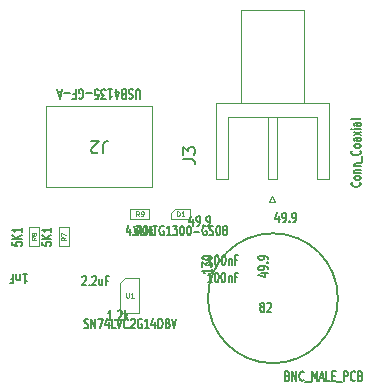
<source format=gbr>
G04 #@! TF.GenerationSoftware,KiCad,Pcbnew,8.0.6*
G04 #@! TF.CreationDate,2024-11-27T10:36:13+01:00*
G04 #@! TF.ProjectId,TDR1,54445231-2e6b-4696-9361-645f70636258,0.1*
G04 #@! TF.SameCoordinates,Original*
G04 #@! TF.FileFunction,AssemblyDrawing,Top*
%FSLAX46Y46*%
G04 Gerber Fmt 4.6, Leading zero omitted, Abs format (unit mm)*
G04 Created by KiCad (PCBNEW 8.0.6) date 2024-11-27 10:36:13*
%MOMM*%
%LPD*%
G01*
G04 APERTURE LIST*
%ADD10C,0.150000*%
%ADD11C,0.060000*%
%ADD12C,0.100000*%
%ADD13C,0.127000*%
G04 APERTURE END LIST*
D10*
X16515826Y10485705D02*
X16172969Y10485705D01*
X16344398Y10485705D02*
X16344398Y11285705D01*
X16344398Y11285705D02*
X16287255Y11171420D01*
X16287255Y11171420D02*
X16230112Y11095229D01*
X16230112Y11095229D02*
X16172969Y11057134D01*
X16887255Y11285705D02*
X16944398Y11285705D01*
X16944398Y11285705D02*
X17001541Y11247610D01*
X17001541Y11247610D02*
X17030113Y11209515D01*
X17030113Y11209515D02*
X17058684Y11133324D01*
X17058684Y11133324D02*
X17087255Y10980943D01*
X17087255Y10980943D02*
X17087255Y10790467D01*
X17087255Y10790467D02*
X17058684Y10638086D01*
X17058684Y10638086D02*
X17030113Y10561896D01*
X17030113Y10561896D02*
X17001541Y10523800D01*
X17001541Y10523800D02*
X16944398Y10485705D01*
X16944398Y10485705D02*
X16887255Y10485705D01*
X16887255Y10485705D02*
X16830113Y10523800D01*
X16830113Y10523800D02*
X16801541Y10561896D01*
X16801541Y10561896D02*
X16772970Y10638086D01*
X16772970Y10638086D02*
X16744398Y10790467D01*
X16744398Y10790467D02*
X16744398Y10980943D01*
X16744398Y10980943D02*
X16772970Y11133324D01*
X16772970Y11133324D02*
X16801541Y11209515D01*
X16801541Y11209515D02*
X16830113Y11247610D01*
X16830113Y11247610D02*
X16887255Y11285705D01*
X17458684Y11285705D02*
X17515827Y11285705D01*
X17515827Y11285705D02*
X17572970Y11247610D01*
X17572970Y11247610D02*
X17601542Y11209515D01*
X17601542Y11209515D02*
X17630113Y11133324D01*
X17630113Y11133324D02*
X17658684Y10980943D01*
X17658684Y10980943D02*
X17658684Y10790467D01*
X17658684Y10790467D02*
X17630113Y10638086D01*
X17630113Y10638086D02*
X17601542Y10561896D01*
X17601542Y10561896D02*
X17572970Y10523800D01*
X17572970Y10523800D02*
X17515827Y10485705D01*
X17515827Y10485705D02*
X17458684Y10485705D01*
X17458684Y10485705D02*
X17401542Y10523800D01*
X17401542Y10523800D02*
X17372970Y10561896D01*
X17372970Y10561896D02*
X17344399Y10638086D01*
X17344399Y10638086D02*
X17315827Y10790467D01*
X17315827Y10790467D02*
X17315827Y10980943D01*
X17315827Y10980943D02*
X17344399Y11133324D01*
X17344399Y11133324D02*
X17372970Y11209515D01*
X17372970Y11209515D02*
X17401542Y11247610D01*
X17401542Y11247610D02*
X17458684Y11285705D01*
X17915828Y11019039D02*
X17915828Y10485705D01*
X17915828Y10942848D02*
X17944399Y10980943D01*
X17944399Y10980943D02*
X18001542Y11019039D01*
X18001542Y11019039D02*
X18087256Y11019039D01*
X18087256Y11019039D02*
X18144399Y10980943D01*
X18144399Y10980943D02*
X18172971Y10904753D01*
X18172971Y10904753D02*
X18172971Y10485705D01*
X18658685Y10904753D02*
X18458685Y10904753D01*
X18458685Y10485705D02*
X18458685Y11285705D01*
X18458685Y11285705D02*
X18744399Y11285705D01*
X9557143Y13541039D02*
X9557143Y13007705D01*
X9414285Y13845800D02*
X9271428Y13274372D01*
X9271428Y13274372D02*
X9642857Y13274372D01*
X9871429Y13083896D02*
X9900000Y13045800D01*
X9900000Y13045800D02*
X9871429Y13007705D01*
X9871429Y13007705D02*
X9842857Y13045800D01*
X9842857Y13045800D02*
X9871429Y13083896D01*
X9871429Y13083896D02*
X9871429Y13007705D01*
X10100000Y13807705D02*
X10500000Y13807705D01*
X10500000Y13807705D02*
X10242857Y13007705D01*
X10842857Y13807705D02*
X10900000Y13807705D01*
X10900000Y13807705D02*
X10957143Y13769610D01*
X10957143Y13769610D02*
X10985715Y13731515D01*
X10985715Y13731515D02*
X11014286Y13655324D01*
X11014286Y13655324D02*
X11042857Y13502943D01*
X11042857Y13502943D02*
X11042857Y13312467D01*
X11042857Y13312467D02*
X11014286Y13160086D01*
X11014286Y13160086D02*
X10985715Y13083896D01*
X10985715Y13083896D02*
X10957143Y13045800D01*
X10957143Y13045800D02*
X10900000Y13007705D01*
X10900000Y13007705D02*
X10842857Y13007705D01*
X10842857Y13007705D02*
X10785715Y13045800D01*
X10785715Y13045800D02*
X10757143Y13083896D01*
X10757143Y13083896D02*
X10728572Y13160086D01*
X10728572Y13160086D02*
X10700000Y13312467D01*
X10700000Y13312467D02*
X10700000Y13502943D01*
X10700000Y13502943D02*
X10728572Y13655324D01*
X10728572Y13655324D02*
X10757143Y13731515D01*
X10757143Y13731515D02*
X10785715Y13769610D01*
X10785715Y13769610D02*
X10842857Y13807705D01*
X11300001Y13007705D02*
X11300001Y13807705D01*
X11357144Y13312467D02*
X11528572Y13007705D01*
X11528572Y13541039D02*
X11300001Y13236277D01*
D11*
X10333333Y14618073D02*
X10200000Y14808549D01*
X10104762Y14618073D02*
X10104762Y15018073D01*
X10104762Y15018073D02*
X10257143Y15018073D01*
X10257143Y15018073D02*
X10295238Y14999025D01*
X10295238Y14999025D02*
X10314285Y14979978D01*
X10314285Y14979978D02*
X10333333Y14941882D01*
X10333333Y14941882D02*
X10333333Y14884740D01*
X10333333Y14884740D02*
X10314285Y14846644D01*
X10314285Y14846644D02*
X10295238Y14827597D01*
X10295238Y14827597D02*
X10257143Y14808549D01*
X10257143Y14808549D02*
X10104762Y14808549D01*
X10523809Y14618073D02*
X10600000Y14618073D01*
X10600000Y14618073D02*
X10638095Y14637120D01*
X10638095Y14637120D02*
X10657143Y14656168D01*
X10657143Y14656168D02*
X10695238Y14713311D01*
X10695238Y14713311D02*
X10714285Y14789501D01*
X10714285Y14789501D02*
X10714285Y14941882D01*
X10714285Y14941882D02*
X10695238Y14979978D01*
X10695238Y14979978D02*
X10676190Y14999025D01*
X10676190Y14999025D02*
X10638095Y15018073D01*
X10638095Y15018073D02*
X10561904Y15018073D01*
X10561904Y15018073D02*
X10523809Y14999025D01*
X10523809Y14999025D02*
X10504762Y14979978D01*
X10504762Y14979978D02*
X10485714Y14941882D01*
X10485714Y14941882D02*
X10485714Y14846644D01*
X10485714Y14846644D02*
X10504762Y14808549D01*
X10504762Y14808549D02*
X10523809Y14789501D01*
X10523809Y14789501D02*
X10561904Y14770454D01*
X10561904Y14770454D02*
X10638095Y14770454D01*
X10638095Y14770454D02*
X10676190Y14789501D01*
X10676190Y14789501D02*
X10695238Y14808549D01*
X10695238Y14808549D02*
X10714285Y14846644D01*
D10*
X29016104Y17485716D02*
X29054200Y17457144D01*
X29054200Y17457144D02*
X29092295Y17371430D01*
X29092295Y17371430D02*
X29092295Y17314287D01*
X29092295Y17314287D02*
X29054200Y17228573D01*
X29054200Y17228573D02*
X28978009Y17171430D01*
X28978009Y17171430D02*
X28901819Y17142859D01*
X28901819Y17142859D02*
X28749438Y17114287D01*
X28749438Y17114287D02*
X28635152Y17114287D01*
X28635152Y17114287D02*
X28482771Y17142859D01*
X28482771Y17142859D02*
X28406580Y17171430D01*
X28406580Y17171430D02*
X28330390Y17228573D01*
X28330390Y17228573D02*
X28292295Y17314287D01*
X28292295Y17314287D02*
X28292295Y17371430D01*
X28292295Y17371430D02*
X28330390Y17457144D01*
X28330390Y17457144D02*
X28368485Y17485716D01*
X29092295Y17828573D02*
X29054200Y17771430D01*
X29054200Y17771430D02*
X29016104Y17742859D01*
X29016104Y17742859D02*
X28939914Y17714287D01*
X28939914Y17714287D02*
X28711342Y17714287D01*
X28711342Y17714287D02*
X28635152Y17742859D01*
X28635152Y17742859D02*
X28597057Y17771430D01*
X28597057Y17771430D02*
X28558961Y17828573D01*
X28558961Y17828573D02*
X28558961Y17914287D01*
X28558961Y17914287D02*
X28597057Y17971430D01*
X28597057Y17971430D02*
X28635152Y18000001D01*
X28635152Y18000001D02*
X28711342Y18028573D01*
X28711342Y18028573D02*
X28939914Y18028573D01*
X28939914Y18028573D02*
X29016104Y18000001D01*
X29016104Y18000001D02*
X29054200Y17971430D01*
X29054200Y17971430D02*
X29092295Y17914287D01*
X29092295Y17914287D02*
X29092295Y17828573D01*
X28558961Y18285716D02*
X29092295Y18285716D01*
X28635152Y18285716D02*
X28597057Y18314287D01*
X28597057Y18314287D02*
X28558961Y18371430D01*
X28558961Y18371430D02*
X28558961Y18457144D01*
X28558961Y18457144D02*
X28597057Y18514287D01*
X28597057Y18514287D02*
X28673247Y18542858D01*
X28673247Y18542858D02*
X29092295Y18542858D01*
X28558961Y18828573D02*
X29092295Y18828573D01*
X28635152Y18828573D02*
X28597057Y18857144D01*
X28597057Y18857144D02*
X28558961Y18914287D01*
X28558961Y18914287D02*
X28558961Y19000001D01*
X28558961Y19000001D02*
X28597057Y19057144D01*
X28597057Y19057144D02*
X28673247Y19085715D01*
X28673247Y19085715D02*
X29092295Y19085715D01*
X29168485Y19228572D02*
X29168485Y19685715D01*
X29016104Y20171430D02*
X29054200Y20142858D01*
X29054200Y20142858D02*
X29092295Y20057144D01*
X29092295Y20057144D02*
X29092295Y20000001D01*
X29092295Y20000001D02*
X29054200Y19914287D01*
X29054200Y19914287D02*
X28978009Y19857144D01*
X28978009Y19857144D02*
X28901819Y19828573D01*
X28901819Y19828573D02*
X28749438Y19800001D01*
X28749438Y19800001D02*
X28635152Y19800001D01*
X28635152Y19800001D02*
X28482771Y19828573D01*
X28482771Y19828573D02*
X28406580Y19857144D01*
X28406580Y19857144D02*
X28330390Y19914287D01*
X28330390Y19914287D02*
X28292295Y20000001D01*
X28292295Y20000001D02*
X28292295Y20057144D01*
X28292295Y20057144D02*
X28330390Y20142858D01*
X28330390Y20142858D02*
X28368485Y20171430D01*
X29092295Y20514287D02*
X29054200Y20457144D01*
X29054200Y20457144D02*
X29016104Y20428573D01*
X29016104Y20428573D02*
X28939914Y20400001D01*
X28939914Y20400001D02*
X28711342Y20400001D01*
X28711342Y20400001D02*
X28635152Y20428573D01*
X28635152Y20428573D02*
X28597057Y20457144D01*
X28597057Y20457144D02*
X28558961Y20514287D01*
X28558961Y20514287D02*
X28558961Y20600001D01*
X28558961Y20600001D02*
X28597057Y20657144D01*
X28597057Y20657144D02*
X28635152Y20685715D01*
X28635152Y20685715D02*
X28711342Y20714287D01*
X28711342Y20714287D02*
X28939914Y20714287D01*
X28939914Y20714287D02*
X29016104Y20685715D01*
X29016104Y20685715D02*
X29054200Y20657144D01*
X29054200Y20657144D02*
X29092295Y20600001D01*
X29092295Y20600001D02*
X29092295Y20514287D01*
X29092295Y21228572D02*
X28673247Y21228572D01*
X28673247Y21228572D02*
X28597057Y21200001D01*
X28597057Y21200001D02*
X28558961Y21142858D01*
X28558961Y21142858D02*
X28558961Y21028572D01*
X28558961Y21028572D02*
X28597057Y20971430D01*
X29054200Y21228572D02*
X29092295Y21171430D01*
X29092295Y21171430D02*
X29092295Y21028572D01*
X29092295Y21028572D02*
X29054200Y20971430D01*
X29054200Y20971430D02*
X28978009Y20942858D01*
X28978009Y20942858D02*
X28901819Y20942858D01*
X28901819Y20942858D02*
X28825628Y20971430D01*
X28825628Y20971430D02*
X28787533Y21028572D01*
X28787533Y21028572D02*
X28787533Y21171430D01*
X28787533Y21171430D02*
X28749438Y21228572D01*
X29092295Y21457144D02*
X28558961Y21771429D01*
X28558961Y21457144D02*
X29092295Y21771429D01*
X29092295Y22000001D02*
X28558961Y22000001D01*
X28292295Y22000001D02*
X28330390Y21971429D01*
X28330390Y21971429D02*
X28368485Y22000001D01*
X28368485Y22000001D02*
X28330390Y22028572D01*
X28330390Y22028572D02*
X28292295Y22000001D01*
X28292295Y22000001D02*
X28368485Y22000001D01*
X29092295Y22542857D02*
X28673247Y22542857D01*
X28673247Y22542857D02*
X28597057Y22514286D01*
X28597057Y22514286D02*
X28558961Y22457143D01*
X28558961Y22457143D02*
X28558961Y22342857D01*
X28558961Y22342857D02*
X28597057Y22285715D01*
X29054200Y22542857D02*
X29092295Y22485715D01*
X29092295Y22485715D02*
X29092295Y22342857D01*
X29092295Y22342857D02*
X29054200Y22285715D01*
X29054200Y22285715D02*
X28978009Y22257143D01*
X28978009Y22257143D02*
X28901819Y22257143D01*
X28901819Y22257143D02*
X28825628Y22285715D01*
X28825628Y22285715D02*
X28787533Y22342857D01*
X28787533Y22342857D02*
X28787533Y22485715D01*
X28787533Y22485715D02*
X28749438Y22542857D01*
X29092295Y22914286D02*
X29054200Y22857143D01*
X29054200Y22857143D02*
X28978009Y22828572D01*
X28978009Y22828572D02*
X28292295Y22828572D01*
X14074819Y19446667D02*
X14789104Y19446667D01*
X14789104Y19446667D02*
X14931961Y19399048D01*
X14931961Y19399048D02*
X15027200Y19303810D01*
X15027200Y19303810D02*
X15074819Y19160953D01*
X15074819Y19160953D02*
X15074819Y19065715D01*
X14074819Y19827620D02*
X14074819Y20446667D01*
X14074819Y20446667D02*
X14455771Y20113334D01*
X14455771Y20113334D02*
X14455771Y20256191D01*
X14455771Y20256191D02*
X14503390Y20351429D01*
X14503390Y20351429D02*
X14551009Y20399048D01*
X14551009Y20399048D02*
X14646247Y20446667D01*
X14646247Y20446667D02*
X14884342Y20446667D01*
X14884342Y20446667D02*
X14979580Y20399048D01*
X14979580Y20399048D02*
X15027200Y20351429D01*
X15027200Y20351429D02*
X15074819Y20256191D01*
X15074819Y20256191D02*
X15074819Y19970477D01*
X15074819Y19970477D02*
X15027200Y19875239D01*
X15027200Y19875239D02*
X14979580Y19827620D01*
X5691070Y5175800D02*
X5776785Y5137705D01*
X5776785Y5137705D02*
X5919642Y5137705D01*
X5919642Y5137705D02*
X5976785Y5175800D01*
X5976785Y5175800D02*
X6005356Y5213896D01*
X6005356Y5213896D02*
X6033927Y5290086D01*
X6033927Y5290086D02*
X6033927Y5366277D01*
X6033927Y5366277D02*
X6005356Y5442467D01*
X6005356Y5442467D02*
X5976785Y5480562D01*
X5976785Y5480562D02*
X5919642Y5518658D01*
X5919642Y5518658D02*
X5805356Y5556753D01*
X5805356Y5556753D02*
X5748213Y5594848D01*
X5748213Y5594848D02*
X5719642Y5632943D01*
X5719642Y5632943D02*
X5691070Y5709134D01*
X5691070Y5709134D02*
X5691070Y5785324D01*
X5691070Y5785324D02*
X5719642Y5861515D01*
X5719642Y5861515D02*
X5748213Y5899610D01*
X5748213Y5899610D02*
X5805356Y5937705D01*
X5805356Y5937705D02*
X5948213Y5937705D01*
X5948213Y5937705D02*
X6033927Y5899610D01*
X6291071Y5137705D02*
X6291071Y5937705D01*
X6291071Y5937705D02*
X6633928Y5137705D01*
X6633928Y5137705D02*
X6633928Y5937705D01*
X6862499Y5937705D02*
X7262499Y5937705D01*
X7262499Y5937705D02*
X7005356Y5137705D01*
X7748214Y5671039D02*
X7748214Y5137705D01*
X7605356Y5975800D02*
X7462499Y5404372D01*
X7462499Y5404372D02*
X7833928Y5404372D01*
X8348214Y5137705D02*
X8062500Y5137705D01*
X8062500Y5137705D02*
X8062500Y5937705D01*
X8462499Y5937705D02*
X8662499Y5137705D01*
X8662499Y5137705D02*
X8862499Y5937705D01*
X9405357Y5213896D02*
X9376785Y5175800D01*
X9376785Y5175800D02*
X9291071Y5137705D01*
X9291071Y5137705D02*
X9233928Y5137705D01*
X9233928Y5137705D02*
X9148214Y5175800D01*
X9148214Y5175800D02*
X9091071Y5251991D01*
X9091071Y5251991D02*
X9062500Y5328181D01*
X9062500Y5328181D02*
X9033928Y5480562D01*
X9033928Y5480562D02*
X9033928Y5594848D01*
X9033928Y5594848D02*
X9062500Y5747229D01*
X9062500Y5747229D02*
X9091071Y5823420D01*
X9091071Y5823420D02*
X9148214Y5899610D01*
X9148214Y5899610D02*
X9233928Y5937705D01*
X9233928Y5937705D02*
X9291071Y5937705D01*
X9291071Y5937705D02*
X9376785Y5899610D01*
X9376785Y5899610D02*
X9405357Y5861515D01*
X9633928Y5861515D02*
X9662500Y5899610D01*
X9662500Y5899610D02*
X9719643Y5937705D01*
X9719643Y5937705D02*
X9862500Y5937705D01*
X9862500Y5937705D02*
X9919643Y5899610D01*
X9919643Y5899610D02*
X9948214Y5861515D01*
X9948214Y5861515D02*
X9976785Y5785324D01*
X9976785Y5785324D02*
X9976785Y5709134D01*
X9976785Y5709134D02*
X9948214Y5594848D01*
X9948214Y5594848D02*
X9605357Y5137705D01*
X9605357Y5137705D02*
X9976785Y5137705D01*
X10548214Y5899610D02*
X10491072Y5937705D01*
X10491072Y5937705D02*
X10405357Y5937705D01*
X10405357Y5937705D02*
X10319643Y5899610D01*
X10319643Y5899610D02*
X10262500Y5823420D01*
X10262500Y5823420D02*
X10233929Y5747229D01*
X10233929Y5747229D02*
X10205357Y5594848D01*
X10205357Y5594848D02*
X10205357Y5480562D01*
X10205357Y5480562D02*
X10233929Y5328181D01*
X10233929Y5328181D02*
X10262500Y5251991D01*
X10262500Y5251991D02*
X10319643Y5175800D01*
X10319643Y5175800D02*
X10405357Y5137705D01*
X10405357Y5137705D02*
X10462500Y5137705D01*
X10462500Y5137705D02*
X10548214Y5175800D01*
X10548214Y5175800D02*
X10576786Y5213896D01*
X10576786Y5213896D02*
X10576786Y5480562D01*
X10576786Y5480562D02*
X10462500Y5480562D01*
X11148214Y5137705D02*
X10805357Y5137705D01*
X10976786Y5137705D02*
X10976786Y5937705D01*
X10976786Y5937705D02*
X10919643Y5823420D01*
X10919643Y5823420D02*
X10862500Y5747229D01*
X10862500Y5747229D02*
X10805357Y5709134D01*
X11662501Y5671039D02*
X11662501Y5137705D01*
X11519643Y5975800D02*
X11376786Y5404372D01*
X11376786Y5404372D02*
X11748215Y5404372D01*
X11976787Y5137705D02*
X11976787Y5937705D01*
X11976787Y5937705D02*
X12119644Y5937705D01*
X12119644Y5937705D02*
X12205358Y5899610D01*
X12205358Y5899610D02*
X12262501Y5823420D01*
X12262501Y5823420D02*
X12291072Y5747229D01*
X12291072Y5747229D02*
X12319644Y5594848D01*
X12319644Y5594848D02*
X12319644Y5480562D01*
X12319644Y5480562D02*
X12291072Y5328181D01*
X12291072Y5328181D02*
X12262501Y5251991D01*
X12262501Y5251991D02*
X12205358Y5175800D01*
X12205358Y5175800D02*
X12119644Y5137705D01*
X12119644Y5137705D02*
X11976787Y5137705D01*
X12776787Y5556753D02*
X12862501Y5518658D01*
X12862501Y5518658D02*
X12891072Y5480562D01*
X12891072Y5480562D02*
X12919644Y5404372D01*
X12919644Y5404372D02*
X12919644Y5290086D01*
X12919644Y5290086D02*
X12891072Y5213896D01*
X12891072Y5213896D02*
X12862501Y5175800D01*
X12862501Y5175800D02*
X12805358Y5137705D01*
X12805358Y5137705D02*
X12576787Y5137705D01*
X12576787Y5137705D02*
X12576787Y5937705D01*
X12576787Y5937705D02*
X12776787Y5937705D01*
X12776787Y5937705D02*
X12833930Y5899610D01*
X12833930Y5899610D02*
X12862501Y5861515D01*
X12862501Y5861515D02*
X12891072Y5785324D01*
X12891072Y5785324D02*
X12891072Y5709134D01*
X12891072Y5709134D02*
X12862501Y5632943D01*
X12862501Y5632943D02*
X12833930Y5594848D01*
X12833930Y5594848D02*
X12776787Y5556753D01*
X12776787Y5556753D02*
X12576787Y5556753D01*
X13091072Y5937705D02*
X13291072Y5137705D01*
X13291072Y5137705D02*
X13491072Y5937705D01*
D11*
X9257738Y8118073D02*
X9257738Y7794263D01*
X9257738Y7794263D02*
X9276785Y7756168D01*
X9276785Y7756168D02*
X9295833Y7737120D01*
X9295833Y7737120D02*
X9333928Y7718073D01*
X9333928Y7718073D02*
X9410119Y7718073D01*
X9410119Y7718073D02*
X9448214Y7737120D01*
X9448214Y7737120D02*
X9467261Y7756168D01*
X9467261Y7756168D02*
X9486309Y7794263D01*
X9486309Y7794263D02*
X9486309Y8118073D01*
X9886309Y7718073D02*
X9657738Y7718073D01*
X9772024Y7718073D02*
X9772024Y8118073D01*
X9772024Y8118073D02*
X9733928Y8060930D01*
X9733928Y8060930D02*
X9695833Y8022835D01*
X9695833Y8022835D02*
X9657738Y8003787D01*
D10*
X20723355Y6959248D02*
X20666212Y6997343D01*
X20666212Y6997343D02*
X20637641Y7035439D01*
X20637641Y7035439D02*
X20609069Y7111629D01*
X20609069Y7111629D02*
X20609069Y7149724D01*
X20609069Y7149724D02*
X20637641Y7225915D01*
X20637641Y7225915D02*
X20666212Y7264010D01*
X20666212Y7264010D02*
X20723355Y7302105D01*
X20723355Y7302105D02*
X20837641Y7302105D01*
X20837641Y7302105D02*
X20894784Y7264010D01*
X20894784Y7264010D02*
X20923355Y7225915D01*
X20923355Y7225915D02*
X20951926Y7149724D01*
X20951926Y7149724D02*
X20951926Y7111629D01*
X20951926Y7111629D02*
X20923355Y7035439D01*
X20923355Y7035439D02*
X20894784Y6997343D01*
X20894784Y6997343D02*
X20837641Y6959248D01*
X20837641Y6959248D02*
X20723355Y6959248D01*
X20723355Y6959248D02*
X20666212Y6921153D01*
X20666212Y6921153D02*
X20637641Y6883058D01*
X20637641Y6883058D02*
X20609069Y6806867D01*
X20609069Y6806867D02*
X20609069Y6654486D01*
X20609069Y6654486D02*
X20637641Y6578296D01*
X20637641Y6578296D02*
X20666212Y6540200D01*
X20666212Y6540200D02*
X20723355Y6502105D01*
X20723355Y6502105D02*
X20837641Y6502105D01*
X20837641Y6502105D02*
X20894784Y6540200D01*
X20894784Y6540200D02*
X20923355Y6578296D01*
X20923355Y6578296D02*
X20951926Y6654486D01*
X20951926Y6654486D02*
X20951926Y6806867D01*
X20951926Y6806867D02*
X20923355Y6883058D01*
X20923355Y6883058D02*
X20894784Y6921153D01*
X20894784Y6921153D02*
X20837641Y6959248D01*
X21180498Y7225915D02*
X21209070Y7264010D01*
X21209070Y7264010D02*
X21266213Y7302105D01*
X21266213Y7302105D02*
X21409070Y7302105D01*
X21409070Y7302105D02*
X21466213Y7264010D01*
X21466213Y7264010D02*
X21494784Y7225915D01*
X21494784Y7225915D02*
X21523355Y7149724D01*
X21523355Y7149724D02*
X21523355Y7073534D01*
X21523355Y7073534D02*
X21494784Y6959248D01*
X21494784Y6959248D02*
X21151927Y6502105D01*
X21151927Y6502105D02*
X21523355Y6502105D01*
X22164784Y14655439D02*
X22164784Y14122105D01*
X22021926Y14960200D02*
X21879069Y14388772D01*
X21879069Y14388772D02*
X22250498Y14388772D01*
X22507641Y14122105D02*
X22621927Y14122105D01*
X22621927Y14122105D02*
X22679070Y14160200D01*
X22679070Y14160200D02*
X22707641Y14198296D01*
X22707641Y14198296D02*
X22764784Y14312581D01*
X22764784Y14312581D02*
X22793355Y14464962D01*
X22793355Y14464962D02*
X22793355Y14769724D01*
X22793355Y14769724D02*
X22764784Y14845915D01*
X22764784Y14845915D02*
X22736213Y14884010D01*
X22736213Y14884010D02*
X22679070Y14922105D01*
X22679070Y14922105D02*
X22564784Y14922105D01*
X22564784Y14922105D02*
X22507641Y14884010D01*
X22507641Y14884010D02*
X22479070Y14845915D01*
X22479070Y14845915D02*
X22450498Y14769724D01*
X22450498Y14769724D02*
X22450498Y14579248D01*
X22450498Y14579248D02*
X22479070Y14503058D01*
X22479070Y14503058D02*
X22507641Y14464962D01*
X22507641Y14464962D02*
X22564784Y14426867D01*
X22564784Y14426867D02*
X22679070Y14426867D01*
X22679070Y14426867D02*
X22736213Y14464962D01*
X22736213Y14464962D02*
X22764784Y14503058D01*
X22764784Y14503058D02*
X22793355Y14579248D01*
X23050499Y14198296D02*
X23079070Y14160200D01*
X23079070Y14160200D02*
X23050499Y14122105D01*
X23050499Y14122105D02*
X23021927Y14160200D01*
X23021927Y14160200D02*
X23050499Y14198296D01*
X23050499Y14198296D02*
X23050499Y14122105D01*
X23364784Y14122105D02*
X23479070Y14122105D01*
X23479070Y14122105D02*
X23536213Y14160200D01*
X23536213Y14160200D02*
X23564784Y14198296D01*
X23564784Y14198296D02*
X23621927Y14312581D01*
X23621927Y14312581D02*
X23650498Y14464962D01*
X23650498Y14464962D02*
X23650498Y14769724D01*
X23650498Y14769724D02*
X23621927Y14845915D01*
X23621927Y14845915D02*
X23593356Y14884010D01*
X23593356Y14884010D02*
X23536213Y14922105D01*
X23536213Y14922105D02*
X23421927Y14922105D01*
X23421927Y14922105D02*
X23364784Y14884010D01*
X23364784Y14884010D02*
X23336213Y14845915D01*
X23336213Y14845915D02*
X23307641Y14769724D01*
X23307641Y14769724D02*
X23307641Y14579248D01*
X23307641Y14579248D02*
X23336213Y14503058D01*
X23336213Y14503058D02*
X23364784Y14464962D01*
X23364784Y14464962D02*
X23421927Y14426867D01*
X23421927Y14426867D02*
X23536213Y14426867D01*
X23536213Y14426867D02*
X23593356Y14464962D01*
X23593356Y14464962D02*
X23621927Y14503058D01*
X23621927Y14503058D02*
X23650498Y14579248D01*
X9864284Y13807705D02*
X10064284Y13007705D01*
X10064284Y13007705D02*
X10264284Y13807705D01*
X10749999Y13007705D02*
X10464285Y13007705D01*
X10464285Y13007705D02*
X10464285Y13807705D01*
X10949999Y13007705D02*
X10949999Y13807705D01*
X10949999Y13807705D02*
X11149999Y13236277D01*
X11149999Y13236277D02*
X11349999Y13807705D01*
X11349999Y13807705D02*
X11349999Y13007705D01*
X11549998Y13807705D02*
X11892856Y13807705D01*
X11721427Y13007705D02*
X11721427Y13807705D01*
X12407141Y13769610D02*
X12349999Y13807705D01*
X12349999Y13807705D02*
X12264284Y13807705D01*
X12264284Y13807705D02*
X12178570Y13769610D01*
X12178570Y13769610D02*
X12121427Y13693420D01*
X12121427Y13693420D02*
X12092856Y13617229D01*
X12092856Y13617229D02*
X12064284Y13464848D01*
X12064284Y13464848D02*
X12064284Y13350562D01*
X12064284Y13350562D02*
X12092856Y13198181D01*
X12092856Y13198181D02*
X12121427Y13121991D01*
X12121427Y13121991D02*
X12178570Y13045800D01*
X12178570Y13045800D02*
X12264284Y13007705D01*
X12264284Y13007705D02*
X12321427Y13007705D01*
X12321427Y13007705D02*
X12407141Y13045800D01*
X12407141Y13045800D02*
X12435713Y13083896D01*
X12435713Y13083896D02*
X12435713Y13350562D01*
X12435713Y13350562D02*
X12321427Y13350562D01*
X13007141Y13007705D02*
X12664284Y13007705D01*
X12835713Y13007705D02*
X12835713Y13807705D01*
X12835713Y13807705D02*
X12778570Y13693420D01*
X12778570Y13693420D02*
X12721427Y13617229D01*
X12721427Y13617229D02*
X12664284Y13579134D01*
X13207142Y13807705D02*
X13578570Y13807705D01*
X13578570Y13807705D02*
X13378570Y13502943D01*
X13378570Y13502943D02*
X13464285Y13502943D01*
X13464285Y13502943D02*
X13521428Y13464848D01*
X13521428Y13464848D02*
X13549999Y13426753D01*
X13549999Y13426753D02*
X13578570Y13350562D01*
X13578570Y13350562D02*
X13578570Y13160086D01*
X13578570Y13160086D02*
X13549999Y13083896D01*
X13549999Y13083896D02*
X13521428Y13045800D01*
X13521428Y13045800D02*
X13464285Y13007705D01*
X13464285Y13007705D02*
X13292856Y13007705D01*
X13292856Y13007705D02*
X13235713Y13045800D01*
X13235713Y13045800D02*
X13207142Y13083896D01*
X13949999Y13807705D02*
X14007142Y13807705D01*
X14007142Y13807705D02*
X14064285Y13769610D01*
X14064285Y13769610D02*
X14092857Y13731515D01*
X14092857Y13731515D02*
X14121428Y13655324D01*
X14121428Y13655324D02*
X14149999Y13502943D01*
X14149999Y13502943D02*
X14149999Y13312467D01*
X14149999Y13312467D02*
X14121428Y13160086D01*
X14121428Y13160086D02*
X14092857Y13083896D01*
X14092857Y13083896D02*
X14064285Y13045800D01*
X14064285Y13045800D02*
X14007142Y13007705D01*
X14007142Y13007705D02*
X13949999Y13007705D01*
X13949999Y13007705D02*
X13892857Y13045800D01*
X13892857Y13045800D02*
X13864285Y13083896D01*
X13864285Y13083896D02*
X13835714Y13160086D01*
X13835714Y13160086D02*
X13807142Y13312467D01*
X13807142Y13312467D02*
X13807142Y13502943D01*
X13807142Y13502943D02*
X13835714Y13655324D01*
X13835714Y13655324D02*
X13864285Y13731515D01*
X13864285Y13731515D02*
X13892857Y13769610D01*
X13892857Y13769610D02*
X13949999Y13807705D01*
X14521428Y13807705D02*
X14578571Y13807705D01*
X14578571Y13807705D02*
X14635714Y13769610D01*
X14635714Y13769610D02*
X14664286Y13731515D01*
X14664286Y13731515D02*
X14692857Y13655324D01*
X14692857Y13655324D02*
X14721428Y13502943D01*
X14721428Y13502943D02*
X14721428Y13312467D01*
X14721428Y13312467D02*
X14692857Y13160086D01*
X14692857Y13160086D02*
X14664286Y13083896D01*
X14664286Y13083896D02*
X14635714Y13045800D01*
X14635714Y13045800D02*
X14578571Y13007705D01*
X14578571Y13007705D02*
X14521428Y13007705D01*
X14521428Y13007705D02*
X14464286Y13045800D01*
X14464286Y13045800D02*
X14435714Y13083896D01*
X14435714Y13083896D02*
X14407143Y13160086D01*
X14407143Y13160086D02*
X14378571Y13312467D01*
X14378571Y13312467D02*
X14378571Y13502943D01*
X14378571Y13502943D02*
X14407143Y13655324D01*
X14407143Y13655324D02*
X14435714Y13731515D01*
X14435714Y13731515D02*
X14464286Y13769610D01*
X14464286Y13769610D02*
X14521428Y13807705D01*
X14978572Y13312467D02*
X15435715Y13312467D01*
X16035714Y13769610D02*
X15978572Y13807705D01*
X15978572Y13807705D02*
X15892857Y13807705D01*
X15892857Y13807705D02*
X15807143Y13769610D01*
X15807143Y13769610D02*
X15750000Y13693420D01*
X15750000Y13693420D02*
X15721429Y13617229D01*
X15721429Y13617229D02*
X15692857Y13464848D01*
X15692857Y13464848D02*
X15692857Y13350562D01*
X15692857Y13350562D02*
X15721429Y13198181D01*
X15721429Y13198181D02*
X15750000Y13121991D01*
X15750000Y13121991D02*
X15807143Y13045800D01*
X15807143Y13045800D02*
X15892857Y13007705D01*
X15892857Y13007705D02*
X15950000Y13007705D01*
X15950000Y13007705D02*
X16035714Y13045800D01*
X16035714Y13045800D02*
X16064286Y13083896D01*
X16064286Y13083896D02*
X16064286Y13350562D01*
X16064286Y13350562D02*
X15950000Y13350562D01*
X16292857Y13045800D02*
X16378572Y13007705D01*
X16378572Y13007705D02*
X16521429Y13007705D01*
X16521429Y13007705D02*
X16578572Y13045800D01*
X16578572Y13045800D02*
X16607143Y13083896D01*
X16607143Y13083896D02*
X16635714Y13160086D01*
X16635714Y13160086D02*
X16635714Y13236277D01*
X16635714Y13236277D02*
X16607143Y13312467D01*
X16607143Y13312467D02*
X16578572Y13350562D01*
X16578572Y13350562D02*
X16521429Y13388658D01*
X16521429Y13388658D02*
X16407143Y13426753D01*
X16407143Y13426753D02*
X16350000Y13464848D01*
X16350000Y13464848D02*
X16321429Y13502943D01*
X16321429Y13502943D02*
X16292857Y13579134D01*
X16292857Y13579134D02*
X16292857Y13655324D01*
X16292857Y13655324D02*
X16321429Y13731515D01*
X16321429Y13731515D02*
X16350000Y13769610D01*
X16350000Y13769610D02*
X16407143Y13807705D01*
X16407143Y13807705D02*
X16550000Y13807705D01*
X16550000Y13807705D02*
X16635714Y13769610D01*
X17007143Y13807705D02*
X17064286Y13807705D01*
X17064286Y13807705D02*
X17121429Y13769610D01*
X17121429Y13769610D02*
X17150001Y13731515D01*
X17150001Y13731515D02*
X17178572Y13655324D01*
X17178572Y13655324D02*
X17207143Y13502943D01*
X17207143Y13502943D02*
X17207143Y13312467D01*
X17207143Y13312467D02*
X17178572Y13160086D01*
X17178572Y13160086D02*
X17150001Y13083896D01*
X17150001Y13083896D02*
X17121429Y13045800D01*
X17121429Y13045800D02*
X17064286Y13007705D01*
X17064286Y13007705D02*
X17007143Y13007705D01*
X17007143Y13007705D02*
X16950001Y13045800D01*
X16950001Y13045800D02*
X16921429Y13083896D01*
X16921429Y13083896D02*
X16892858Y13160086D01*
X16892858Y13160086D02*
X16864286Y13312467D01*
X16864286Y13312467D02*
X16864286Y13502943D01*
X16864286Y13502943D02*
X16892858Y13655324D01*
X16892858Y13655324D02*
X16921429Y13731515D01*
X16921429Y13731515D02*
X16950001Y13769610D01*
X16950001Y13769610D02*
X17007143Y13807705D01*
X17550001Y13464848D02*
X17492858Y13502943D01*
X17492858Y13502943D02*
X17464287Y13541039D01*
X17464287Y13541039D02*
X17435715Y13617229D01*
X17435715Y13617229D02*
X17435715Y13655324D01*
X17435715Y13655324D02*
X17464287Y13731515D01*
X17464287Y13731515D02*
X17492858Y13769610D01*
X17492858Y13769610D02*
X17550001Y13807705D01*
X17550001Y13807705D02*
X17664287Y13807705D01*
X17664287Y13807705D02*
X17721430Y13769610D01*
X17721430Y13769610D02*
X17750001Y13731515D01*
X17750001Y13731515D02*
X17778572Y13655324D01*
X17778572Y13655324D02*
X17778572Y13617229D01*
X17778572Y13617229D02*
X17750001Y13541039D01*
X17750001Y13541039D02*
X17721430Y13502943D01*
X17721430Y13502943D02*
X17664287Y13464848D01*
X17664287Y13464848D02*
X17550001Y13464848D01*
X17550001Y13464848D02*
X17492858Y13426753D01*
X17492858Y13426753D02*
X17464287Y13388658D01*
X17464287Y13388658D02*
X17435715Y13312467D01*
X17435715Y13312467D02*
X17435715Y13160086D01*
X17435715Y13160086D02*
X17464287Y13083896D01*
X17464287Y13083896D02*
X17492858Y13045800D01*
X17492858Y13045800D02*
X17550001Y13007705D01*
X17550001Y13007705D02*
X17664287Y13007705D01*
X17664287Y13007705D02*
X17721430Y13045800D01*
X17721430Y13045800D02*
X17750001Y13083896D01*
X17750001Y13083896D02*
X17778572Y13160086D01*
X17778572Y13160086D02*
X17778572Y13312467D01*
X17778572Y13312467D02*
X17750001Y13388658D01*
X17750001Y13388658D02*
X17721430Y13426753D01*
X17721430Y13426753D02*
X17664287Y13464848D01*
D11*
X13554762Y14618073D02*
X13554762Y15018073D01*
X13554762Y15018073D02*
X13650000Y15018073D01*
X13650000Y15018073D02*
X13707143Y14999025D01*
X13707143Y14999025D02*
X13745238Y14960930D01*
X13745238Y14960930D02*
X13764285Y14922835D01*
X13764285Y14922835D02*
X13783333Y14846644D01*
X13783333Y14846644D02*
X13783333Y14789501D01*
X13783333Y14789501D02*
X13764285Y14713311D01*
X13764285Y14713311D02*
X13745238Y14675216D01*
X13745238Y14675216D02*
X13707143Y14637120D01*
X13707143Y14637120D02*
X13650000Y14618073D01*
X13650000Y14618073D02*
X13554762Y14618073D01*
X14164285Y14618073D02*
X13935714Y14618073D01*
X14050000Y14618073D02*
X14050000Y15018073D01*
X14050000Y15018073D02*
X14011904Y14960930D01*
X14011904Y14960930D02*
X13973809Y14922835D01*
X13973809Y14922835D02*
X13935714Y14903787D01*
D10*
X22913243Y1088153D02*
X22998957Y1050058D01*
X22998957Y1050058D02*
X23027528Y1011962D01*
X23027528Y1011962D02*
X23056100Y935772D01*
X23056100Y935772D02*
X23056100Y821486D01*
X23056100Y821486D02*
X23027528Y745296D01*
X23027528Y745296D02*
X22998957Y707200D01*
X22998957Y707200D02*
X22941814Y669105D01*
X22941814Y669105D02*
X22713243Y669105D01*
X22713243Y669105D02*
X22713243Y1469105D01*
X22713243Y1469105D02*
X22913243Y1469105D01*
X22913243Y1469105D02*
X22970386Y1431010D01*
X22970386Y1431010D02*
X22998957Y1392915D01*
X22998957Y1392915D02*
X23027528Y1316724D01*
X23027528Y1316724D02*
X23027528Y1240534D01*
X23027528Y1240534D02*
X22998957Y1164343D01*
X22998957Y1164343D02*
X22970386Y1126248D01*
X22970386Y1126248D02*
X22913243Y1088153D01*
X22913243Y1088153D02*
X22713243Y1088153D01*
X23313243Y669105D02*
X23313243Y1469105D01*
X23313243Y1469105D02*
X23656100Y669105D01*
X23656100Y669105D02*
X23656100Y1469105D01*
X24284671Y745296D02*
X24256099Y707200D01*
X24256099Y707200D02*
X24170385Y669105D01*
X24170385Y669105D02*
X24113242Y669105D01*
X24113242Y669105D02*
X24027528Y707200D01*
X24027528Y707200D02*
X23970385Y783391D01*
X23970385Y783391D02*
X23941814Y859581D01*
X23941814Y859581D02*
X23913242Y1011962D01*
X23913242Y1011962D02*
X23913242Y1126248D01*
X23913242Y1126248D02*
X23941814Y1278629D01*
X23941814Y1278629D02*
X23970385Y1354820D01*
X23970385Y1354820D02*
X24027528Y1431010D01*
X24027528Y1431010D02*
X24113242Y1469105D01*
X24113242Y1469105D02*
X24170385Y1469105D01*
X24170385Y1469105D02*
X24256099Y1431010D01*
X24256099Y1431010D02*
X24284671Y1392915D01*
X24398957Y592915D02*
X24856099Y592915D01*
X24998957Y669105D02*
X24998957Y1469105D01*
X24998957Y1469105D02*
X25198957Y897677D01*
X25198957Y897677D02*
X25398957Y1469105D01*
X25398957Y1469105D02*
X25398957Y669105D01*
X25656099Y897677D02*
X25941814Y897677D01*
X25598956Y669105D02*
X25798956Y1469105D01*
X25798956Y1469105D02*
X25998956Y669105D01*
X26484671Y669105D02*
X26198957Y669105D01*
X26198957Y669105D02*
X26198957Y1469105D01*
X26684671Y1088153D02*
X26884671Y1088153D01*
X26970385Y669105D02*
X26684671Y669105D01*
X26684671Y669105D02*
X26684671Y1469105D01*
X26684671Y1469105D02*
X26970385Y1469105D01*
X27084671Y592915D02*
X27541813Y592915D01*
X27684671Y669105D02*
X27684671Y1469105D01*
X27684671Y1469105D02*
X27913242Y1469105D01*
X27913242Y1469105D02*
X27970385Y1431010D01*
X27970385Y1431010D02*
X27998956Y1392915D01*
X27998956Y1392915D02*
X28027528Y1316724D01*
X28027528Y1316724D02*
X28027528Y1202439D01*
X28027528Y1202439D02*
X27998956Y1126248D01*
X27998956Y1126248D02*
X27970385Y1088153D01*
X27970385Y1088153D02*
X27913242Y1050058D01*
X27913242Y1050058D02*
X27684671Y1050058D01*
X28627528Y745296D02*
X28598956Y707200D01*
X28598956Y707200D02*
X28513242Y669105D01*
X28513242Y669105D02*
X28456099Y669105D01*
X28456099Y669105D02*
X28370385Y707200D01*
X28370385Y707200D02*
X28313242Y783391D01*
X28313242Y783391D02*
X28284671Y859581D01*
X28284671Y859581D02*
X28256099Y1011962D01*
X28256099Y1011962D02*
X28256099Y1126248D01*
X28256099Y1126248D02*
X28284671Y1278629D01*
X28284671Y1278629D02*
X28313242Y1354820D01*
X28313242Y1354820D02*
X28370385Y1431010D01*
X28370385Y1431010D02*
X28456099Y1469105D01*
X28456099Y1469105D02*
X28513242Y1469105D01*
X28513242Y1469105D02*
X28598956Y1431010D01*
X28598956Y1431010D02*
X28627528Y1392915D01*
X29084671Y1088153D02*
X29170385Y1050058D01*
X29170385Y1050058D02*
X29198956Y1011962D01*
X29198956Y1011962D02*
X29227528Y935772D01*
X29227528Y935772D02*
X29227528Y821486D01*
X29227528Y821486D02*
X29198956Y745296D01*
X29198956Y745296D02*
X29170385Y707200D01*
X29170385Y707200D02*
X29113242Y669105D01*
X29113242Y669105D02*
X28884671Y669105D01*
X28884671Y669105D02*
X28884671Y1469105D01*
X28884671Y1469105D02*
X29084671Y1469105D01*
X29084671Y1469105D02*
X29141814Y1431010D01*
X29141814Y1431010D02*
X29170385Y1392915D01*
X29170385Y1392915D02*
X29198956Y1316724D01*
X29198956Y1316724D02*
X29198956Y1240534D01*
X29198956Y1240534D02*
X29170385Y1164343D01*
X29170385Y1164343D02*
X29141814Y1126248D01*
X29141814Y1126248D02*
X29084671Y1088153D01*
X29084671Y1088153D02*
X28884671Y1088153D01*
X8033326Y5835705D02*
X7690469Y5835705D01*
X7861898Y5835705D02*
X7861898Y6635705D01*
X7861898Y6635705D02*
X7804755Y6521420D01*
X7804755Y6521420D02*
X7747612Y6445229D01*
X7747612Y6445229D02*
X7690469Y6407134D01*
X8290470Y5911896D02*
X8319041Y5873800D01*
X8319041Y5873800D02*
X8290470Y5835705D01*
X8290470Y5835705D02*
X8261898Y5873800D01*
X8261898Y5873800D02*
X8290470Y5911896D01*
X8290470Y5911896D02*
X8290470Y5835705D01*
X8547612Y6559515D02*
X8576184Y6597610D01*
X8576184Y6597610D02*
X8633327Y6635705D01*
X8633327Y6635705D02*
X8776184Y6635705D01*
X8776184Y6635705D02*
X8833327Y6597610D01*
X8833327Y6597610D02*
X8861898Y6559515D01*
X8861898Y6559515D02*
X8890469Y6483324D01*
X8890469Y6483324D02*
X8890469Y6407134D01*
X8890469Y6407134D02*
X8861898Y6292848D01*
X8861898Y6292848D02*
X8519041Y5835705D01*
X8519041Y5835705D02*
X8890469Y5835705D01*
X9147613Y5835705D02*
X9147613Y6635705D01*
X9204756Y6140467D02*
X9376184Y5835705D01*
X9376184Y6369039D02*
X9147613Y6064277D01*
X10407143Y24562296D02*
X10407143Y25209915D01*
X10407143Y25209915D02*
X10378572Y25286105D01*
X10378572Y25286105D02*
X10350001Y25324200D01*
X10350001Y25324200D02*
X10292858Y25362296D01*
X10292858Y25362296D02*
X10178572Y25362296D01*
X10178572Y25362296D02*
X10121429Y25324200D01*
X10121429Y25324200D02*
X10092858Y25286105D01*
X10092858Y25286105D02*
X10064286Y25209915D01*
X10064286Y25209915D02*
X10064286Y24562296D01*
X9807144Y25324200D02*
X9721430Y25362296D01*
X9721430Y25362296D02*
X9578572Y25362296D01*
X9578572Y25362296D02*
X9521430Y25324200D01*
X9521430Y25324200D02*
X9492858Y25286105D01*
X9492858Y25286105D02*
X9464287Y25209915D01*
X9464287Y25209915D02*
X9464287Y25133724D01*
X9464287Y25133724D02*
X9492858Y25057534D01*
X9492858Y25057534D02*
X9521430Y25019439D01*
X9521430Y25019439D02*
X9578572Y24981343D01*
X9578572Y24981343D02*
X9692858Y24943248D01*
X9692858Y24943248D02*
X9750001Y24905153D01*
X9750001Y24905153D02*
X9778572Y24867058D01*
X9778572Y24867058D02*
X9807144Y24790867D01*
X9807144Y24790867D02*
X9807144Y24714677D01*
X9807144Y24714677D02*
X9778572Y24638486D01*
X9778572Y24638486D02*
X9750001Y24600391D01*
X9750001Y24600391D02*
X9692858Y24562296D01*
X9692858Y24562296D02*
X9550001Y24562296D01*
X9550001Y24562296D02*
X9464287Y24600391D01*
X9007143Y24943248D02*
X8921429Y24981343D01*
X8921429Y24981343D02*
X8892858Y25019439D01*
X8892858Y25019439D02*
X8864286Y25095629D01*
X8864286Y25095629D02*
X8864286Y25209915D01*
X8864286Y25209915D02*
X8892858Y25286105D01*
X8892858Y25286105D02*
X8921429Y25324200D01*
X8921429Y25324200D02*
X8978572Y25362296D01*
X8978572Y25362296D02*
X9207143Y25362296D01*
X9207143Y25362296D02*
X9207143Y24562296D01*
X9207143Y24562296D02*
X9007143Y24562296D01*
X9007143Y24562296D02*
X8950001Y24600391D01*
X8950001Y24600391D02*
X8921429Y24638486D01*
X8921429Y24638486D02*
X8892858Y24714677D01*
X8892858Y24714677D02*
X8892858Y24790867D01*
X8892858Y24790867D02*
X8921429Y24867058D01*
X8921429Y24867058D02*
X8950001Y24905153D01*
X8950001Y24905153D02*
X9007143Y24943248D01*
X9007143Y24943248D02*
X9207143Y24943248D01*
X8350001Y24828962D02*
X8350001Y25362296D01*
X8492858Y24524200D02*
X8635715Y25095629D01*
X8635715Y25095629D02*
X8264286Y25095629D01*
X7721429Y25362296D02*
X8064286Y25362296D01*
X7892857Y25362296D02*
X7892857Y24562296D01*
X7892857Y24562296D02*
X7950000Y24676581D01*
X7950000Y24676581D02*
X8007143Y24752772D01*
X8007143Y24752772D02*
X8064286Y24790867D01*
X7521428Y24562296D02*
X7150000Y24562296D01*
X7150000Y24562296D02*
X7350000Y24867058D01*
X7350000Y24867058D02*
X7264285Y24867058D01*
X7264285Y24867058D02*
X7207143Y24905153D01*
X7207143Y24905153D02*
X7178571Y24943248D01*
X7178571Y24943248D02*
X7150000Y25019439D01*
X7150000Y25019439D02*
X7150000Y25209915D01*
X7150000Y25209915D02*
X7178571Y25286105D01*
X7178571Y25286105D02*
X7207143Y25324200D01*
X7207143Y25324200D02*
X7264285Y25362296D01*
X7264285Y25362296D02*
X7435714Y25362296D01*
X7435714Y25362296D02*
X7492857Y25324200D01*
X7492857Y25324200D02*
X7521428Y25286105D01*
X6607142Y24562296D02*
X6892856Y24562296D01*
X6892856Y24562296D02*
X6921428Y24943248D01*
X6921428Y24943248D02*
X6892856Y24905153D01*
X6892856Y24905153D02*
X6835714Y24867058D01*
X6835714Y24867058D02*
X6692856Y24867058D01*
X6692856Y24867058D02*
X6635714Y24905153D01*
X6635714Y24905153D02*
X6607142Y24943248D01*
X6607142Y24943248D02*
X6578571Y25019439D01*
X6578571Y25019439D02*
X6578571Y25209915D01*
X6578571Y25209915D02*
X6607142Y25286105D01*
X6607142Y25286105D02*
X6635714Y25324200D01*
X6635714Y25324200D02*
X6692856Y25362296D01*
X6692856Y25362296D02*
X6835714Y25362296D01*
X6835714Y25362296D02*
X6892856Y25324200D01*
X6892856Y25324200D02*
X6921428Y25286105D01*
X6321427Y25057534D02*
X5864285Y25057534D01*
X5264285Y24600391D02*
X5321428Y24562296D01*
X5321428Y24562296D02*
X5407142Y24562296D01*
X5407142Y24562296D02*
X5492856Y24600391D01*
X5492856Y24600391D02*
X5549999Y24676581D01*
X5549999Y24676581D02*
X5578570Y24752772D01*
X5578570Y24752772D02*
X5607142Y24905153D01*
X5607142Y24905153D02*
X5607142Y25019439D01*
X5607142Y25019439D02*
X5578570Y25171820D01*
X5578570Y25171820D02*
X5549999Y25248010D01*
X5549999Y25248010D02*
X5492856Y25324200D01*
X5492856Y25324200D02*
X5407142Y25362296D01*
X5407142Y25362296D02*
X5349999Y25362296D01*
X5349999Y25362296D02*
X5264285Y25324200D01*
X5264285Y25324200D02*
X5235713Y25286105D01*
X5235713Y25286105D02*
X5235713Y25019439D01*
X5235713Y25019439D02*
X5349999Y25019439D01*
X4778570Y24943248D02*
X4978570Y24943248D01*
X4978570Y25362296D02*
X4978570Y24562296D01*
X4978570Y24562296D02*
X4692856Y24562296D01*
X4464284Y25057534D02*
X4007142Y25057534D01*
X3749999Y25133724D02*
X3464285Y25133724D01*
X3807142Y25362296D02*
X3607142Y24562296D01*
X3607142Y24562296D02*
X3407142Y25362296D01*
X7283333Y19954820D02*
X7283333Y20669105D01*
X7283333Y20669105D02*
X7330952Y20811962D01*
X7330952Y20811962D02*
X7426190Y20907200D01*
X7426190Y20907200D02*
X7569047Y20954820D01*
X7569047Y20954820D02*
X7664285Y20954820D01*
X6854761Y20050058D02*
X6807142Y20002439D01*
X6807142Y20002439D02*
X6711904Y19954820D01*
X6711904Y19954820D02*
X6473809Y19954820D01*
X6473809Y19954820D02*
X6378571Y20002439D01*
X6378571Y20002439D02*
X6330952Y20050058D01*
X6330952Y20050058D02*
X6283333Y20145296D01*
X6283333Y20145296D02*
X6283333Y20240534D01*
X6283333Y20240534D02*
X6330952Y20383391D01*
X6330952Y20383391D02*
X6902380Y20954820D01*
X6902380Y20954820D02*
X6283333Y20954820D01*
X16506926Y9042105D02*
X16164069Y9042105D01*
X16335498Y9042105D02*
X16335498Y9842105D01*
X16335498Y9842105D02*
X16278355Y9727820D01*
X16278355Y9727820D02*
X16221212Y9651629D01*
X16221212Y9651629D02*
X16164069Y9613534D01*
X16878355Y9842105D02*
X16935498Y9842105D01*
X16935498Y9842105D02*
X16992641Y9804010D01*
X16992641Y9804010D02*
X17021213Y9765915D01*
X17021213Y9765915D02*
X17049784Y9689724D01*
X17049784Y9689724D02*
X17078355Y9537343D01*
X17078355Y9537343D02*
X17078355Y9346867D01*
X17078355Y9346867D02*
X17049784Y9194486D01*
X17049784Y9194486D02*
X17021213Y9118296D01*
X17021213Y9118296D02*
X16992641Y9080200D01*
X16992641Y9080200D02*
X16935498Y9042105D01*
X16935498Y9042105D02*
X16878355Y9042105D01*
X16878355Y9042105D02*
X16821213Y9080200D01*
X16821213Y9080200D02*
X16792641Y9118296D01*
X16792641Y9118296D02*
X16764070Y9194486D01*
X16764070Y9194486D02*
X16735498Y9346867D01*
X16735498Y9346867D02*
X16735498Y9537343D01*
X16735498Y9537343D02*
X16764070Y9689724D01*
X16764070Y9689724D02*
X16792641Y9765915D01*
X16792641Y9765915D02*
X16821213Y9804010D01*
X16821213Y9804010D02*
X16878355Y9842105D01*
X17449784Y9842105D02*
X17506927Y9842105D01*
X17506927Y9842105D02*
X17564070Y9804010D01*
X17564070Y9804010D02*
X17592642Y9765915D01*
X17592642Y9765915D02*
X17621213Y9689724D01*
X17621213Y9689724D02*
X17649784Y9537343D01*
X17649784Y9537343D02*
X17649784Y9346867D01*
X17649784Y9346867D02*
X17621213Y9194486D01*
X17621213Y9194486D02*
X17592642Y9118296D01*
X17592642Y9118296D02*
X17564070Y9080200D01*
X17564070Y9080200D02*
X17506927Y9042105D01*
X17506927Y9042105D02*
X17449784Y9042105D01*
X17449784Y9042105D02*
X17392642Y9080200D01*
X17392642Y9080200D02*
X17364070Y9118296D01*
X17364070Y9118296D02*
X17335499Y9194486D01*
X17335499Y9194486D02*
X17306927Y9346867D01*
X17306927Y9346867D02*
X17306927Y9537343D01*
X17306927Y9537343D02*
X17335499Y9689724D01*
X17335499Y9689724D02*
X17364070Y9765915D01*
X17364070Y9765915D02*
X17392642Y9804010D01*
X17392642Y9804010D02*
X17449784Y9842105D01*
X17906928Y9575439D02*
X17906928Y9042105D01*
X17906928Y9499248D02*
X17935499Y9537343D01*
X17935499Y9537343D02*
X17992642Y9575439D01*
X17992642Y9575439D02*
X18078356Y9575439D01*
X18078356Y9575439D02*
X18135499Y9537343D01*
X18135499Y9537343D02*
X18164071Y9461153D01*
X18164071Y9461153D02*
X18164071Y9042105D01*
X18649785Y9461153D02*
X18449785Y9461153D01*
X18449785Y9042105D02*
X18449785Y9842105D01*
X18449785Y9842105D02*
X18735499Y9842105D01*
X16480395Y10127227D02*
X16480395Y9784370D01*
X16480395Y9955799D02*
X15680395Y9955799D01*
X15680395Y9955799D02*
X15794680Y9898656D01*
X15794680Y9898656D02*
X15870871Y9841513D01*
X15870871Y9841513D02*
X15908966Y9784370D01*
X15680395Y10327228D02*
X15680395Y10698656D01*
X15680395Y10698656D02*
X15985157Y10498656D01*
X15985157Y10498656D02*
X15985157Y10584371D01*
X15985157Y10584371D02*
X16023252Y10641513D01*
X16023252Y10641513D02*
X16061347Y10670085D01*
X16061347Y10670085D02*
X16137538Y10698656D01*
X16137538Y10698656D02*
X16328014Y10698656D01*
X16328014Y10698656D02*
X16404204Y10670085D01*
X16404204Y10670085D02*
X16442300Y10641513D01*
X16442300Y10641513D02*
X16480395Y10584371D01*
X16480395Y10584371D02*
X16480395Y10412942D01*
X16480395Y10412942D02*
X16442300Y10355799D01*
X16442300Y10355799D02*
X16404204Y10327228D01*
X15680395Y11070085D02*
X15680395Y11127228D01*
X15680395Y11127228D02*
X15718490Y11184371D01*
X15718490Y11184371D02*
X15756585Y11212942D01*
X15756585Y11212942D02*
X15832776Y11241514D01*
X15832776Y11241514D02*
X15985157Y11270085D01*
X15985157Y11270085D02*
X16175633Y11270085D01*
X16175633Y11270085D02*
X16328014Y11241514D01*
X16328014Y11241514D02*
X16404204Y11212942D01*
X16404204Y11212942D02*
X16442300Y11184371D01*
X16442300Y11184371D02*
X16480395Y11127228D01*
X16480395Y11127228D02*
X16480395Y11070085D01*
X16480395Y11070085D02*
X16442300Y11012942D01*
X16442300Y11012942D02*
X16404204Y10984371D01*
X16404204Y10984371D02*
X16328014Y10955800D01*
X16328014Y10955800D02*
X16175633Y10927228D01*
X16175633Y10927228D02*
X15985157Y10927228D01*
X15985157Y10927228D02*
X15832776Y10955800D01*
X15832776Y10955800D02*
X15756585Y10984371D01*
X15756585Y10984371D02*
X15718490Y11012942D01*
X15718490Y11012942D02*
X15680395Y11070085D01*
X5522969Y9469515D02*
X5551541Y9507610D01*
X5551541Y9507610D02*
X5608684Y9545705D01*
X5608684Y9545705D02*
X5751541Y9545705D01*
X5751541Y9545705D02*
X5808684Y9507610D01*
X5808684Y9507610D02*
X5837255Y9469515D01*
X5837255Y9469515D02*
X5865826Y9393324D01*
X5865826Y9393324D02*
X5865826Y9317134D01*
X5865826Y9317134D02*
X5837255Y9202848D01*
X5837255Y9202848D02*
X5494398Y8745705D01*
X5494398Y8745705D02*
X5865826Y8745705D01*
X6122970Y8821896D02*
X6151541Y8783800D01*
X6151541Y8783800D02*
X6122970Y8745705D01*
X6122970Y8745705D02*
X6094398Y8783800D01*
X6094398Y8783800D02*
X6122970Y8821896D01*
X6122970Y8821896D02*
X6122970Y8745705D01*
X6380112Y9469515D02*
X6408684Y9507610D01*
X6408684Y9507610D02*
X6465827Y9545705D01*
X6465827Y9545705D02*
X6608684Y9545705D01*
X6608684Y9545705D02*
X6665827Y9507610D01*
X6665827Y9507610D02*
X6694398Y9469515D01*
X6694398Y9469515D02*
X6722969Y9393324D01*
X6722969Y9393324D02*
X6722969Y9317134D01*
X6722969Y9317134D02*
X6694398Y9202848D01*
X6694398Y9202848D02*
X6351541Y8745705D01*
X6351541Y8745705D02*
X6722969Y8745705D01*
X7237256Y9279039D02*
X7237256Y8745705D01*
X6980113Y9279039D02*
X6980113Y8859991D01*
X6980113Y8859991D02*
X7008684Y8783800D01*
X7008684Y8783800D02*
X7065827Y8745705D01*
X7065827Y8745705D02*
X7151541Y8745705D01*
X7151541Y8745705D02*
X7208684Y8783800D01*
X7208684Y8783800D02*
X7237256Y8821896D01*
X7722970Y9164753D02*
X7522970Y9164753D01*
X7522970Y8745705D02*
X7522970Y9545705D01*
X7522970Y9545705D02*
X7808684Y9545705D01*
X2109295Y12432143D02*
X2109295Y12146429D01*
X2109295Y12146429D02*
X2490247Y12117857D01*
X2490247Y12117857D02*
X2452152Y12146429D01*
X2452152Y12146429D02*
X2414057Y12203571D01*
X2414057Y12203571D02*
X2414057Y12346429D01*
X2414057Y12346429D02*
X2452152Y12403571D01*
X2452152Y12403571D02*
X2490247Y12432143D01*
X2490247Y12432143D02*
X2566438Y12460714D01*
X2566438Y12460714D02*
X2756914Y12460714D01*
X2756914Y12460714D02*
X2833104Y12432143D01*
X2833104Y12432143D02*
X2871200Y12403571D01*
X2871200Y12403571D02*
X2909295Y12346429D01*
X2909295Y12346429D02*
X2909295Y12203571D01*
X2909295Y12203571D02*
X2871200Y12146429D01*
X2871200Y12146429D02*
X2833104Y12117857D01*
X2909295Y12717858D02*
X2109295Y12717858D01*
X2909295Y13060715D02*
X2452152Y12803572D01*
X2109295Y13060715D02*
X2566438Y12717858D01*
X2909295Y13632143D02*
X2909295Y13289286D01*
X2909295Y13460715D02*
X2109295Y13460715D01*
X2109295Y13460715D02*
X2223580Y13403572D01*
X2223580Y13403572D02*
X2299771Y13346429D01*
X2299771Y13346429D02*
X2337866Y13289286D01*
D11*
X4158927Y12808334D02*
X3968451Y12675001D01*
X4158927Y12579763D02*
X3758927Y12579763D01*
X3758927Y12579763D02*
X3758927Y12732144D01*
X3758927Y12732144D02*
X3777975Y12770239D01*
X3777975Y12770239D02*
X3797022Y12789286D01*
X3797022Y12789286D02*
X3835118Y12808334D01*
X3835118Y12808334D02*
X3892260Y12808334D01*
X3892260Y12808334D02*
X3930356Y12789286D01*
X3930356Y12789286D02*
X3949403Y12770239D01*
X3949403Y12770239D02*
X3968451Y12732144D01*
X3968451Y12732144D02*
X3968451Y12579763D01*
X3758927Y12941667D02*
X3758927Y13208334D01*
X3758927Y13208334D02*
X4158927Y13036905D01*
D10*
X471673Y9714296D02*
X814530Y9714296D01*
X643101Y9714296D02*
X643101Y8914296D01*
X643101Y8914296D02*
X700244Y9028581D01*
X700244Y9028581D02*
X757387Y9104772D01*
X757387Y9104772D02*
X814530Y9142867D01*
X214529Y9180962D02*
X214529Y9714296D01*
X214529Y9257153D02*
X185958Y9219058D01*
X185958Y9219058D02*
X128815Y9180962D01*
X128815Y9180962D02*
X43101Y9180962D01*
X43101Y9180962D02*
X-14042Y9219058D01*
X-14042Y9219058D02*
X-42613Y9295248D01*
X-42613Y9295248D02*
X-42613Y9714296D01*
X-528328Y9295248D02*
X-328328Y9295248D01*
X-328328Y9714296D02*
X-328328Y8914296D01*
X-328328Y8914296D02*
X-614042Y8914296D01*
X20693061Y9777715D02*
X21226395Y9777715D01*
X20388300Y9634858D02*
X20959728Y9492001D01*
X20959728Y9492001D02*
X20959728Y9863430D01*
X21226395Y10120573D02*
X21226395Y10234859D01*
X21226395Y10234859D02*
X21188300Y10292002D01*
X21188300Y10292002D02*
X21150204Y10320573D01*
X21150204Y10320573D02*
X21035919Y10377716D01*
X21035919Y10377716D02*
X20883538Y10406287D01*
X20883538Y10406287D02*
X20578776Y10406287D01*
X20578776Y10406287D02*
X20502585Y10377716D01*
X20502585Y10377716D02*
X20464490Y10349144D01*
X20464490Y10349144D02*
X20426395Y10292002D01*
X20426395Y10292002D02*
X20426395Y10177716D01*
X20426395Y10177716D02*
X20464490Y10120573D01*
X20464490Y10120573D02*
X20502585Y10092002D01*
X20502585Y10092002D02*
X20578776Y10063430D01*
X20578776Y10063430D02*
X20769252Y10063430D01*
X20769252Y10063430D02*
X20845442Y10092002D01*
X20845442Y10092002D02*
X20883538Y10120573D01*
X20883538Y10120573D02*
X20921633Y10177716D01*
X20921633Y10177716D02*
X20921633Y10292002D01*
X20921633Y10292002D02*
X20883538Y10349144D01*
X20883538Y10349144D02*
X20845442Y10377716D01*
X20845442Y10377716D02*
X20769252Y10406287D01*
X21150204Y10663431D02*
X21188300Y10692002D01*
X21188300Y10692002D02*
X21226395Y10663431D01*
X21226395Y10663431D02*
X21188300Y10634859D01*
X21188300Y10634859D02*
X21150204Y10663431D01*
X21150204Y10663431D02*
X21226395Y10663431D01*
X21226395Y10977716D02*
X21226395Y11092002D01*
X21226395Y11092002D02*
X21188300Y11149145D01*
X21188300Y11149145D02*
X21150204Y11177716D01*
X21150204Y11177716D02*
X21035919Y11234859D01*
X21035919Y11234859D02*
X20883538Y11263430D01*
X20883538Y11263430D02*
X20578776Y11263430D01*
X20578776Y11263430D02*
X20502585Y11234859D01*
X20502585Y11234859D02*
X20464490Y11206287D01*
X20464490Y11206287D02*
X20426395Y11149145D01*
X20426395Y11149145D02*
X20426395Y11034859D01*
X20426395Y11034859D02*
X20464490Y10977716D01*
X20464490Y10977716D02*
X20502585Y10949145D01*
X20502585Y10949145D02*
X20578776Y10920573D01*
X20578776Y10920573D02*
X20769252Y10920573D01*
X20769252Y10920573D02*
X20845442Y10949145D01*
X20845442Y10949145D02*
X20883538Y10977716D01*
X20883538Y10977716D02*
X20921633Y11034859D01*
X20921633Y11034859D02*
X20921633Y11149145D01*
X20921633Y11149145D02*
X20883538Y11206287D01*
X20883538Y11206287D02*
X20845442Y11234859D01*
X20845442Y11234859D02*
X20769252Y11263430D01*
X-417705Y12432143D02*
X-417705Y12146429D01*
X-417705Y12146429D02*
X-36753Y12117857D01*
X-36753Y12117857D02*
X-74848Y12146429D01*
X-74848Y12146429D02*
X-112943Y12203571D01*
X-112943Y12203571D02*
X-112943Y12346429D01*
X-112943Y12346429D02*
X-74848Y12403571D01*
X-74848Y12403571D02*
X-36753Y12432143D01*
X-36753Y12432143D02*
X39438Y12460714D01*
X39438Y12460714D02*
X229914Y12460714D01*
X229914Y12460714D02*
X306104Y12432143D01*
X306104Y12432143D02*
X344200Y12403571D01*
X344200Y12403571D02*
X382295Y12346429D01*
X382295Y12346429D02*
X382295Y12203571D01*
X382295Y12203571D02*
X344200Y12146429D01*
X344200Y12146429D02*
X306104Y12117857D01*
X382295Y12717858D02*
X-417705Y12717858D01*
X382295Y13060715D02*
X-74848Y12803572D01*
X-417705Y13060715D02*
X39438Y12717858D01*
X382295Y13632143D02*
X382295Y13289286D01*
X382295Y13460715D02*
X-417705Y13460715D01*
X-417705Y13460715D02*
X-303420Y13403572D01*
X-303420Y13403572D02*
X-227229Y13346429D01*
X-227229Y13346429D02*
X-189134Y13289286D01*
D11*
X1631927Y12808334D02*
X1441451Y12675001D01*
X1631927Y12579763D02*
X1231927Y12579763D01*
X1231927Y12579763D02*
X1231927Y12732144D01*
X1231927Y12732144D02*
X1250975Y12770239D01*
X1250975Y12770239D02*
X1270022Y12789286D01*
X1270022Y12789286D02*
X1308118Y12808334D01*
X1308118Y12808334D02*
X1365260Y12808334D01*
X1365260Y12808334D02*
X1403356Y12789286D01*
X1403356Y12789286D02*
X1422403Y12770239D01*
X1422403Y12770239D02*
X1441451Y12732144D01*
X1441451Y12732144D02*
X1441451Y12579763D01*
X1403356Y13036905D02*
X1384308Y12998810D01*
X1384308Y12998810D02*
X1365260Y12979763D01*
X1365260Y12979763D02*
X1327165Y12960715D01*
X1327165Y12960715D02*
X1308118Y12960715D01*
X1308118Y12960715D02*
X1270022Y12979763D01*
X1270022Y12979763D02*
X1250975Y12998810D01*
X1250975Y12998810D02*
X1231927Y13036905D01*
X1231927Y13036905D02*
X1231927Y13113096D01*
X1231927Y13113096D02*
X1250975Y13151191D01*
X1250975Y13151191D02*
X1270022Y13170239D01*
X1270022Y13170239D02*
X1308118Y13189286D01*
X1308118Y13189286D02*
X1327165Y13189286D01*
X1327165Y13189286D02*
X1365260Y13170239D01*
X1365260Y13170239D02*
X1384308Y13151191D01*
X1384308Y13151191D02*
X1403356Y13113096D01*
X1403356Y13113096D02*
X1403356Y13036905D01*
X1403356Y13036905D02*
X1422403Y12998810D01*
X1422403Y12998810D02*
X1441451Y12979763D01*
X1441451Y12979763D02*
X1479546Y12960715D01*
X1479546Y12960715D02*
X1555737Y12960715D01*
X1555737Y12960715D02*
X1593832Y12979763D01*
X1593832Y12979763D02*
X1612880Y12998810D01*
X1612880Y12998810D02*
X1631927Y13036905D01*
X1631927Y13036905D02*
X1631927Y13113096D01*
X1631927Y13113096D02*
X1612880Y13151191D01*
X1612880Y13151191D02*
X1593832Y13170239D01*
X1593832Y13170239D02*
X1555737Y13189286D01*
X1555737Y13189286D02*
X1479546Y13189286D01*
X1479546Y13189286D02*
X1441451Y13170239D01*
X1441451Y13170239D02*
X1422403Y13151191D01*
X1422403Y13151191D02*
X1403356Y13113096D01*
D10*
X14887415Y14354439D02*
X14887415Y13821105D01*
X14744557Y14659200D02*
X14601700Y14087772D01*
X14601700Y14087772D02*
X14973129Y14087772D01*
X15230272Y13821105D02*
X15344558Y13821105D01*
X15344558Y13821105D02*
X15401701Y13859200D01*
X15401701Y13859200D02*
X15430272Y13897296D01*
X15430272Y13897296D02*
X15487415Y14011581D01*
X15487415Y14011581D02*
X15515986Y14163962D01*
X15515986Y14163962D02*
X15515986Y14468724D01*
X15515986Y14468724D02*
X15487415Y14544915D01*
X15487415Y14544915D02*
X15458844Y14583010D01*
X15458844Y14583010D02*
X15401701Y14621105D01*
X15401701Y14621105D02*
X15287415Y14621105D01*
X15287415Y14621105D02*
X15230272Y14583010D01*
X15230272Y14583010D02*
X15201701Y14544915D01*
X15201701Y14544915D02*
X15173129Y14468724D01*
X15173129Y14468724D02*
X15173129Y14278248D01*
X15173129Y14278248D02*
X15201701Y14202058D01*
X15201701Y14202058D02*
X15230272Y14163962D01*
X15230272Y14163962D02*
X15287415Y14125867D01*
X15287415Y14125867D02*
X15401701Y14125867D01*
X15401701Y14125867D02*
X15458844Y14163962D01*
X15458844Y14163962D02*
X15487415Y14202058D01*
X15487415Y14202058D02*
X15515986Y14278248D01*
X15773130Y13897296D02*
X15801701Y13859200D01*
X15801701Y13859200D02*
X15773130Y13821105D01*
X15773130Y13821105D02*
X15744558Y13859200D01*
X15744558Y13859200D02*
X15773130Y13897296D01*
X15773130Y13897296D02*
X15773130Y13821105D01*
X16087415Y13821105D02*
X16201701Y13821105D01*
X16201701Y13821105D02*
X16258844Y13859200D01*
X16258844Y13859200D02*
X16287415Y13897296D01*
X16287415Y13897296D02*
X16344558Y14011581D01*
X16344558Y14011581D02*
X16373129Y14163962D01*
X16373129Y14163962D02*
X16373129Y14468724D01*
X16373129Y14468724D02*
X16344558Y14544915D01*
X16344558Y14544915D02*
X16315987Y14583010D01*
X16315987Y14583010D02*
X16258844Y14621105D01*
X16258844Y14621105D02*
X16144558Y14621105D01*
X16144558Y14621105D02*
X16087415Y14583010D01*
X16087415Y14583010D02*
X16058844Y14544915D01*
X16058844Y14544915D02*
X16030272Y14468724D01*
X16030272Y14468724D02*
X16030272Y14278248D01*
X16030272Y14278248D02*
X16058844Y14202058D01*
X16058844Y14202058D02*
X16087415Y14163962D01*
X16087415Y14163962D02*
X16144558Y14125867D01*
X16144558Y14125867D02*
X16258844Y14125867D01*
X16258844Y14125867D02*
X16315987Y14163962D01*
X16315987Y14163962D02*
X16344558Y14202058D01*
X16344558Y14202058D02*
X16373129Y14278248D01*
D12*
G04 #@! TO.C,R9*
X9600000Y15212500D02*
X11200000Y15212500D01*
X9600000Y14387500D02*
X9600000Y15212500D01*
X11200000Y15212500D02*
X11200000Y14387500D01*
X11200000Y14387500D02*
X9600000Y14387500D01*
G04 #@! TO.C,J3*
X16860000Y24190000D02*
X16860000Y17790000D01*
X17870000Y23040000D02*
X17870000Y17790000D01*
X17870000Y17790000D02*
X16860000Y17790000D01*
X18970000Y32070000D02*
X18970000Y24190000D01*
X21240000Y23040000D02*
X21240000Y17790000D01*
X21370000Y15780000D02*
X21870000Y15780000D01*
X21620000Y16280000D02*
X21370000Y15780000D01*
X21870000Y15780000D02*
X21620000Y16280000D01*
X22000000Y23040000D02*
X22000000Y17790000D01*
X22000000Y17790000D02*
X21240000Y17790000D01*
X24270000Y32070000D02*
X18970000Y32070000D01*
X24270000Y32070000D02*
X24270000Y24190000D01*
X25370000Y23040000D02*
X17870000Y23040000D01*
X25370000Y23040000D02*
X25370000Y17790000D01*
X26380000Y24190000D02*
X16860000Y24190000D01*
X26380000Y17790000D02*
X25370000Y17790000D01*
X26380000Y17790000D02*
X26380000Y24190000D01*
G04 #@! TO.C,U1*
X8762500Y8950000D02*
X9162500Y9350000D01*
X8762500Y6450000D02*
X8762500Y8950000D01*
X9162500Y9350000D02*
X10362500Y9350000D01*
X10362500Y9350000D02*
X10362500Y6450000D01*
X10362500Y6450000D02*
X8762500Y6450000D01*
G04 #@! TO.C,D1*
X13050000Y14900000D02*
X13050000Y14400000D01*
X13050000Y14400000D02*
X14650000Y14400000D01*
X13350000Y15200000D02*
X13050000Y14900000D01*
X14650000Y15200000D02*
X13350000Y15200000D01*
X14650000Y14400000D02*
X14650000Y15200000D01*
D13*
G04 #@! TO.C,J1*
X27166100Y7666400D02*
G75*
G02*
X16166100Y7666400I-5500000J0D01*
G01*
X16166100Y7666400D02*
G75*
G02*
X27166100Y7666400I5500000J0D01*
G01*
G04 #@! TO.C,J2*
D12*
X11420000Y17047500D02*
X2480000Y17047500D01*
X2480000Y23952500D01*
X11420000Y23952500D01*
X11420000Y17047500D01*
G04 #@! TO.C,R7*
X3564500Y13675000D02*
X4389500Y13675000D01*
X3564500Y12075000D02*
X3564500Y13675000D01*
X4389500Y13675000D02*
X4389500Y12075000D01*
X4389500Y12075000D02*
X3564500Y12075000D01*
G04 #@! TO.C,R8*
X1037500Y13675000D02*
X1862500Y13675000D01*
X1037500Y12075000D02*
X1037500Y13675000D01*
X1862500Y13675000D02*
X1862500Y12075000D01*
X1862500Y12075000D02*
X1037500Y12075000D01*
G04 #@! TD*
M02*

</source>
